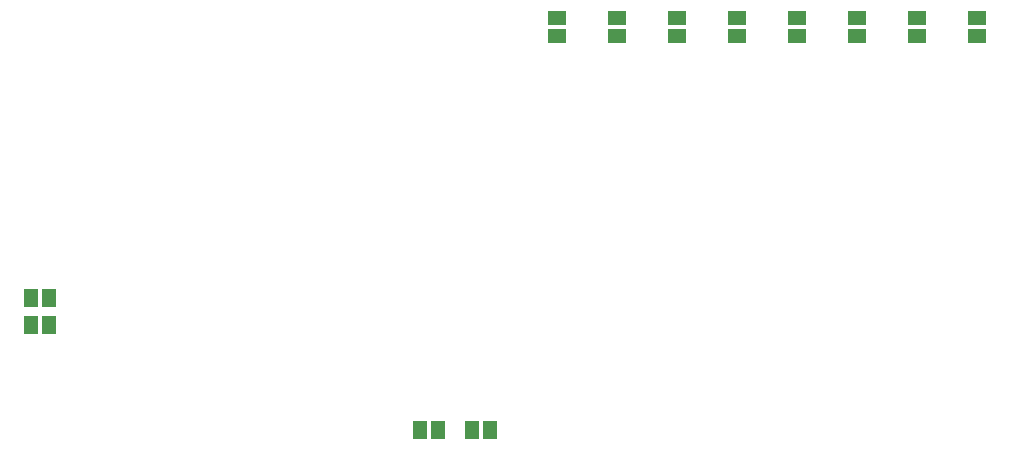
<source format=gbp>
G75*
%MOIN*%
%OFA0B0*%
%FSLAX25Y25*%
%IPPOS*%
%LPD*%
%AMOC8*
5,1,8,0,0,1.08239X$1,22.5*
%
%ADD10R,0.06300X0.04600*%
%ADD11R,0.04600X0.06300*%
D10*
X0237300Y0212208D03*
X0237300Y0218208D03*
X0257300Y0218208D03*
X0257300Y0212208D03*
X0277300Y0212208D03*
X0277300Y0218208D03*
X0297300Y0218208D03*
X0297300Y0212208D03*
X0317300Y0212208D03*
X0317300Y0218208D03*
X0337300Y0218208D03*
X0337300Y0212208D03*
X0357300Y0212208D03*
X0357300Y0218208D03*
X0377300Y0218208D03*
X0377300Y0212208D03*
D11*
X0191485Y0080808D03*
X0197485Y0080808D03*
X0208985Y0080808D03*
X0214985Y0080808D03*
X0067906Y0115608D03*
X0061906Y0115608D03*
X0061906Y0124808D03*
X0067906Y0124808D03*
M02*

</source>
